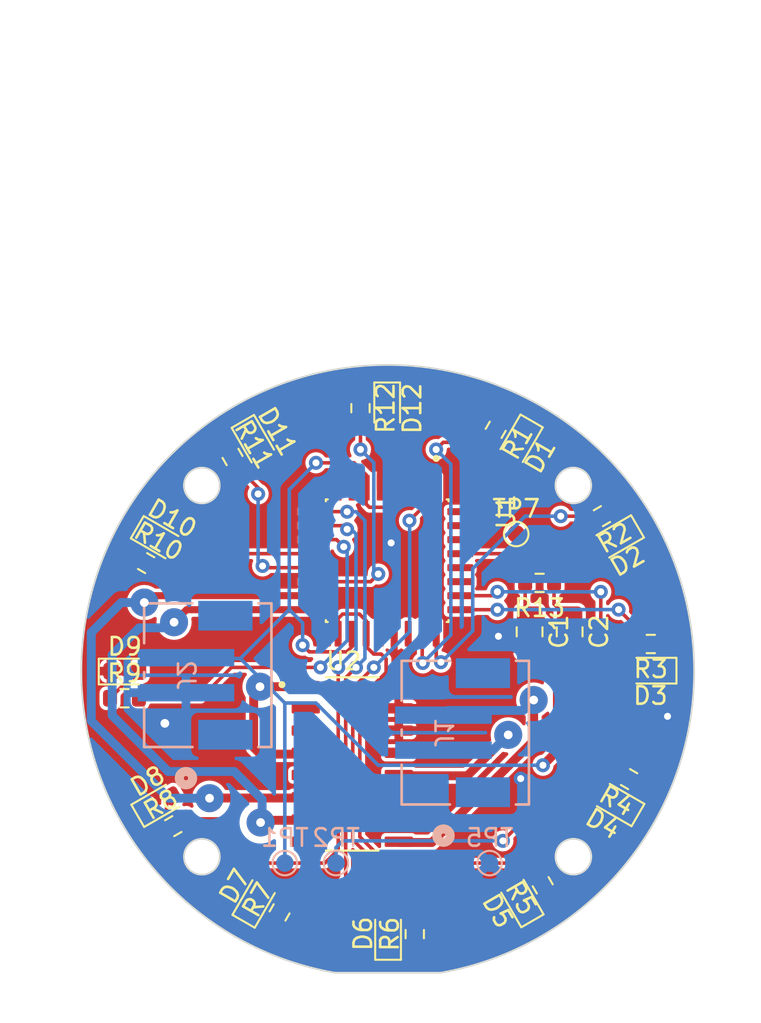
<source format=kicad_pcb>
(kicad_pcb (version 20221018) (generator pcbnew)
  (layers (0 "F.Cu" signal) (31 "B.Cu" signal) (34 "B.Paste" user) (35 "F.Paste" user) (36 "B.SilkS" user "B.Silkscreen") (37 "F.SilkS" user "F.Silkscreen") (38 "B.Mask" user) (39 "F.Mask" user) (44 "Edge.Cuts" user))
  (net 0 "")
  (net 1 "VCC")
  (net 2 "GND")
  (net 3 "/RST")
  (net 4 "/D-")
  (net 5 "Net-(D1-A)")
  (net 6 "Net-(D2-A)")
  (net 7 "Net-(D3-A)")
  (net 8 "Net-(D4-A)")
  (net 9 "Net-(D5-A)")
  (net 10 "Net-(D6-A)")
  (net 11 "Net-(D7-A)")
  (net 12 "Net-(D8-A)")
  (net 13 "Net-(D9-A)")
  (net 14 "Net-(D10-A)")
  (net 15 "Net-(D11-A)")
  (net 16 "Net-(D12-A)")
  (net 17 "/A0")
  (net 18 "/A1")
  (net 19 "/A2")
  (net 20 "/A3")
  (net 21 "/D13")
  (net 22 "/D4")
  (net 23 "/D5")
  (net 24 "/D6")
  (net 25 "/D7")
  (net 26 "/D8")
  (net 27 "/D9")
  (net 28 "/D10")
  (net 29 "/SDA")
  (net 30 "/SCL")
  (net 31 "/D2")
  (net 32 "/D3")
  (net 35 "/D11")
  (net 36 "/D12")
  (net 38 "/A7")
  (net 39 "/TXD")
  (net 40 "/RXD")
  (net 41 "Net-(U2A-OUTA2)")
  (net 42 "Net-(U2A-OUTB2)")
  (footprint "Resistor_SMD:R_0603_1608Metric" (layer "F.Cu") (at 145.85845 111.504551 90)
    (fp_text reference "R6" (at 0 -1.43 90) (layer "F.SilkS"))
    (fp_text value "R")
    (pad "1" smd roundrect (at -0.825 0 90) (size 0.8 0.95) (layers "F.Cu" "F.Paste" "F.Mask") (net 10 "Net-(D6-A)"))
    (pad "2" smd roundrect (at 0.825 0 90) (size 0.8 0.95) (layers "F.Cu" "F.Paste" "F.Mask") (net 22 "/D4"))
  )
  (footprint "LED_SMD:LED_0603_1608Metric" (layer "F.Cu") (at 151.831047 109.462232 120)
    (fp_text reference "D5" (at 0 -1.43 120) (layer "F.SilkS"))
    (fp_text value "LED")
    (pad "1" smd roundrect (at -0.7875 -0.0254 120) (size 0.875 0.95) (layers "F.Cu" "F.Paste" "F.Mask") (net 2 "GND"))
    (pad "2" smd roundrect (at 0.7875 0 120) (size 0.875 0.95) (layers "F.Cu" "F.Paste" "F.Mask") (net 9 "Net-(D5-A)"))
  )
  (footprint "LED_SMD:LED_0603_1608Metric" (layer "F.Cu") (at 151.787053 83.48147 -120)
    (fp_text reference "D1" (at 0 -1.43 60) (layer "F.SilkS"))
    (fp_text value "LED")
    (pad "1" smd roundrect (at -0.7875 -0.0254 240) (size 0.875 0.95) (layers "F.Cu" "F.Paste" "F.Mask") (net 2 "GND"))
    (pad "2" smd roundrect (at 0.7875 0 240) (size 0.875 0.95) (layers "F.Cu" "F.Paste" "F.Mask") (net 5 "Net-(D1-A)"))
  )
  (footprint "Resistor_SMD:R_0603_1608Metric" (layer "F.Cu") (at 153.160869 108.717553 120)
    (fp_text reference "R5" (at 0 -1.43 120) (layer "F.SilkS"))
    (fp_text value "R")
    (pad "1" smd roundrect (at -0.825 0 120) (size 0.8 0.95) (layers "F.Cu" "F.Paste" "F.Mask") (net 9 "Net-(D5-A)"))
    (pad "2" smd roundrect (at 0.825 0 120) (size 0.8 0.95) (layers "F.Cu" "F.Paste" "F.Mask") (net 21 "/D13"))
  )
  (footprint "Resistor_SMD:R_0603_1608Metric" (layer "F.Cu") (at 150.477231 82.702149 -120)
    (fp_text reference "R1" (at 0 -1.43 60) (layer "F.SilkS"))
    (fp_text value "R")
    (pad "1" smd roundrect (at -0.825 0 240) (size 0.8 0.95) (layers "F.Cu" "F.Paste" "F.Mask") (net 5 "Net-(D1-A)"))
    (pad "2" smd roundrect (at 0.825 0 240) (size 0.8 0.95) (layers "F.Cu" "F.Paste" "F.Mask") (net 17 "/A0"))
  )
  (footprint "Resistor_SMD:R_0603_1608Metric" (layer "F.Cu") (at 152.98265 91.446551 180)
    (fp_text reference "R13" (at 0 -1.43) (layer "F.SilkS"))
    (fp_text value "10K")
    (pad "1" smd roundrect (at -0.825 0 180) (size 0.8 0.95) (layers "F.Cu" "F.Paste" "F.Mask") (net 3 "/RST"))
    (pad "2" smd roundrect (at 0.825 0 180) (size 0.8 0.95) (layers "F.Cu" "F.Paste" "F.Mask") (net 1 "VCC"))
  )
  (footprint "Resistor_SMD:R_0603_1608Metric" (layer "F.Cu") (at 159.32905 94.935151 180)
    (fp_text reference "R3" (at 0 -1.43) (layer "F.SilkS"))
    (fp_text value "R")
    (pad "1" smd roundrect (at -0.825 0 180) (size 0.8 0.95) (layers "F.Cu" "F.Paste" "F.Mask") (net 7 "Net-(D3-A)"))
    (pad "2" smd roundrect (at 0.825 0 180) (size 0.8 0.95) (layers "F.Cu" "F.Paste" "F.Mask") (net 19 "/A2"))
  )
  (footprint "Capacitor_SMD:C_0805_2012Metric" (layer "F.Cu") (at 154.69765 94.240551 -90)
    (fp_text reference "C2" (at 0 -1.68 90) (layer "F.SilkS"))
    (fp_text value "0.1uF")
    (pad "1" smd roundrect (at -0.95 0 270) (size 1 1.45) (layers "F.Cu" "F.Paste" "F.Mask") (net 3 "/RST"))
    (pad "2" smd roundrect (at 0.95 0 270) (size 1 1.45) (layers "F.Cu" "F.Paste" "F.Mask") (net 4 "/D-"))
  )
  (footprint "Resistor_SMD:R_0603_1608Metric" (layer "F.Cu") (at 135.457231 84.251549 -60)
    (fp_text reference "R11" (at 0 -1.43 120) (layer "F.SilkS"))
    (fp_text value "R")
    (pad "1" smd roundrect (at -0.825 0 300) (size 0.8 0.95) (layers "F.Cu" "F.Paste" "F.Mask") (net 15 "Net-(D11-A)"))
    (pad "2" smd roundrect (at 0.825 0 300) (size 0.8 0.95) (layers "F.Cu" "F.Paste" "F.Mask") (net 27 "/D9"))
  )
  (footprint "Resistor_SMD:R_0603_1608Metric" (layer "F.Cu") (at 138.140869 110.266953 60)
    (fp_text reference "R7" (at 0 -1.43 60) (layer "F.SilkS"))
    (fp_text value "R")
    (pad "1" smd roundrect (at -0.825 0 60) (size 0.8 0.95) (layers "F.Cu" "F.Paste" "F.Mask") (net 11 "Net-(D7-A)"))
    (pad "2" smd roundrect (at 0.825 0 60) (size 0.8 0.95) (layers "F.Cu" "F.Paste" "F.Mask") (net 23 "/D5"))
  )
  (footprint "Resistor_SMD:R_0603_1608Metric" (layer "F.Cu") (at 156.542052 87.632732 -150)
    (fp_text reference "R2" (at 0 -1.43 30) (layer "F.SilkS"))
    (fp_text value "R")
    (pad "1" smd roundrect (at -0.825 0 210) (size 0.8 0.95) (layers "F.Cu" "F.Paste" "F.Mask") (net 6 "Net-(D2-A)"))
    (pad "2" smd roundrect (at 0.825 0 210) (size 0.8 0.95) (layers "F.Cu" "F.Paste" "F.Mask") (net 18 "/A1"))
  )
  (footprint "TestPoint:TestPoint_Pad_D1.0mm" (layer "F.Cu") (at 151.64965 88.652551)
    (fp_text reference "TP7" (at 0 -1.448) (layer "F.SilkS"))
    (fp_text value "TestPoint")
    (pad "1" smd circle (at 0 0) (size 1 1) (layers "F.Cu" "F.Mask") (net 3 "/RST"))
  )
  (footprint "IO_watch_cat_ball:MX1508" (layer "F.Cu") (at 142.29045 101.784351)
    (fp_text reference "U2" (at -0.485 -5.872) (layer "F.SilkS"))
    (fp_text value "MX1508")
    (pad "1" smd roundrect (at -2.655 -4.445) (size 1.61 0.59) (layers "F.Cu" "F.Paste" "F.Mask") (roundrect_rratio 0.125) (net 1 "VCC"))
    (pad "2" smd roundrect (at -2.655 -3.175) (size 1.61 0.59) (layers "F.Cu" "F.Paste" "F.Mask") (roundrect_rratio 0.125))
    (pad "3" smd roundrect (at -2.655 -1.905) (size 1.61 0.59) (layers "F.Cu" "F.Paste" "F.Mask") (roundrect_rratio 0.125))
    (pad "4" smd roundrect (at -2.655 -0.635) (size 1.61 0.59) (layers "F.Cu" "F.Paste" "F.Mask") (roundrect_rratio 0.125) (net 1 "VCC"))
    (pad "5" smd roundrect (at -2.655 0.635) (size 1.61 0.59) (layers "F.Cu" "F.Paste" "F.Mask") (roundrect_rratio 0.125) (net 1 "VCC"))
    (pad "6" smd roundrect (at -2.655 1.905) (size 1.61 0.59) (layers "F.Cu" "F.Paste" "F.Mask") (roundrect_rratio 0.125) (net 35 "/D11"))
    (pad "7" smd roundrect (at -2.655 3.175) (size 1.61 0.59) (layers "F.Cu" "F.Paste" "F.Mask") (roundrect_rratio 0.125) (net 36 "/D12"))
    (pad "8" smd roundrect (at -2.655 4.445) (size 1.61 0.59) (layers "F.Cu" "F.Paste" "F.Mask") (roundrect_rratio 0.125) (net 1 "VCC"))
    (pad "9" smd roundrect (at 2.655 4.445) (size 1.61 0.59) (layers "F.Cu" "F.Paste" "F.Mask") (roundrect_rratio 0.125) (net 42 "Net-(U2A-OUTB2)"))
    (pad "10" smd roundrect (at 2.655 3.175) (size 1.61 0.59) (layers "F.Cu" "F.Paste" "F.Mask") (roundrect_rratio 0.125) (net 2 "GND"))
    (pad "11" smd roundrect (at 2.655 1.905) (size 1.61 0.59) (layers "F.Cu" "F.Paste" "F.Mask") (roundrect_rratio 0.125) (net 2 "GND"))
    (pad "12" smd roundrect (at 2.655 0.635) (size 1.61 0.59) (layers "F.Cu" "F.Paste" "F.Mask") (roundrect_rratio 0.125) (net 41 "Net-(U2A-OUTA2)"))
    (pad "13" smd roundrect (at 2.655 -0.635) (size 1.61 0.59) (layers "F.Cu" "F.Paste" "F.Mask") (roundrect_rratio 0.125))
    (pad "14" smd roundrect (at 2.655 -1.905) (size 1.61 0.59) (layers "F.Cu" "F.Paste" "F.Mask") (roundrect_rratio 0.125) (net 2 "GND"))
    (pad "15" smd roundrect (at 2.655 -3.175) (size 1.61 0.59) (layers "F.Cu" "F.Paste" "F.Mask") (roundrect_rratio 0.125) (net 2 "GND"))
    (pad "16" smd roundrect (at 2.655 -4.445) (size 1.61 0.59) (layers "F.Cu" "F.Paste" "F.Mask") (roundrect_rratio 0.125))
  )
  (footprint "Capacitor_SMD:C_0805_2012Metric" (layer "F.Cu") (at 152.41165 94.240551 -90)
    (fp_text reference "C1" (at 0 -1.68 90) (layer "F.SilkS"))
    (fp_text value "1uF")
    (pad "1" smd roundrect (at -0.95 0 270) (size 1 1.45) (layers "F.Cu" "F.Paste" "F.Mask") (net 1 "VCC"))
    (pad "2" smd roundrect (at 0.95 0 270) (size 1 1.45) (layers "F.Cu" "F.Paste" "F.Mask") (net 2 "GND"))
  )
  (footprint "Resistor_SMD:R_0603_1608Metric" (layer "F.Cu") (at 142.75965 81.464551 -90)
    (fp_text reference "R12" (at 0 -1.43 90) (layer "F.SilkS"))
    (fp_text value "R")
    (pad "1" smd roundrect (at -0.825 0 270) (size 0.8 0.95) (layers "F.Cu" "F.Paste" "F.Mask") (net 16 "Net-(D12-A)"))
    (pad "2" smd roundrect (at 0.825 0 270) (size 0.8 0.95) (layers "F.Cu" "F.Paste" "F.Mask") (net 28 "/D10"))
  )
  (footprint "LED_SMD:LED_0603_1608Metric" (layer "F.Cu") (at 131.305969 89.006548 -30)
    (fp_text reference "D10" (at 0 -1.43 150) (layer "F.SilkS"))
    (fp_text value "LED")
    (pad "1" smd roundrect (at -0.7875 -0.0254 330) (size 0.875 0.95) (layers "F.Cu" "F.Paste" "F.Mask") (net 2 "GND"))
    (pad "2" smd roundrect (at 0.7875 0 330) (size 0.875 0.95) (layers "F.Cu" "F.Paste" "F.Mask") (net 14 "Net-(D10-A)"))
  )
  (footprint "LED_SMD:LED_0603_1608Metric" (layer "F.Cu") (at 129.30905 96.509951)
    (fp_text reference "D9" (at 0 -1.43) (layer "F.SilkS"))
    (fp_text value "LED")
    (pad "1" smd roundrect (at -0.7875 -0.0254) (size 0.875 0.95) (layers "F.Cu" "F.Paste" "F.Mask") (net 2 "GND"))
    (pad "2" smd roundrect (at 0.7875 0) (size 0.875 0.95) (layers "F.Cu" "F.Paste" "F.Mask") (net 13 "Net-(D9-A)"))
  )
  (footprint "Resistor_SMD:R_0603_1608Metric" (layer "F.Cu") (at 130.526648 90.31637 -30)
    (fp_text reference "R10" (at 0 -1.43 150) (layer "F.SilkS"))
    (fp_text value "R")
    (pad "1" smd roundrect (at -0.825 0 330) (size 0.8 0.95) (layers "F.Cu" "F.Paste" "F.Mask") (net 14 "Net-(D10-A)"))
    (pad "2" smd roundrect (at 0.825 0 330) (size 0.8 0.95) (layers "F.Cu" "F.Paste" "F.Mask") (net 26 "/D8"))
  )
  (footprint "LED_SMD:LED_0603_1608Metric" (layer "F.Cu") (at 136.831047 109.487632 60)
    (fp_text reference "D7" (at 0 -1.43 60) (layer "F.SilkS"))
    (fp_text value "LED")
    (pad "1" smd roundrect (at -0.7875 -0.0254 60) (size 0.875 0.95) (layers "F.Cu" "F.Paste" "F.Mask") (net 2 "GND"))
    (pad "2" smd roundrect (at 0.7875 0 60) (size 0.875 0.95) (layers "F.Cu" "F.Paste" "F.Mask") (net 11 "Net-(D7-A)"))
  )
  (footprint "LED_SMD:LED_0603_1608Metric" (layer "F.Cu") (at 157.312131 103.962554 150)
    (fp_text reference "D4" (at 0 -1.43 150) (layer "F.SilkS"))
    (fp_text value "LED")
    (pad "1" smd roundrect (at -0.7875 -0.0254 150) (size 0.875 0.95) (layers "F.Cu" "F.Paste" "F.Mask") (net 2 "GND"))
    (pad "2" smd roundrect (at 0.7875 0 150) (size 0.875 0.95) (layers "F.Cu" "F.Paste" "F.Mask") (net 8 "Net-(D4-A)"))
  )
  (footprint "LED_SMD:LED_0603_1608Metric" (layer "F.Cu") (at 144.33445 111.484551 90)
    (fp_text reference "D6" (at 0 -1.43 90) (layer "F.SilkS"))
    (fp_text value "LED")
    (pad "1" smd roundrect (at -0.7875 -0.0254 90) (size 0.875 0.95) (layers "F.Cu" "F.Paste" "F.Mask") (net 2 "GND"))
    (pad "2" smd roundrect (at 0.7875 0 90) (size 0.875 0.95) (layers "F.Cu" "F.Paste" "F.Mask") (net 10 "Net-(D6-A)"))
  )
  (footprint "Resistor_SMD:R_0603_1608Metric" (layer "F.Cu") (at 158.091452 102.652732 150)
    (fp_text reference "R4" (at 0 -1.43 150) (layer "F.SilkS"))
    (fp_text value "R")
    (pad "1" smd roundrect (at -0.825 0 150) (size 0.8 0.95) (layers "F.Cu" "F.Paste" "F.Mask") (net 8 "Net-(D4-A)"))
    (pad "2" smd roundrect (at 0.825 0 150) (size 0.8 0.95) (layers "F.Cu" "F.Paste" "F.Mask") (net 20 "/A3"))
  )
  (footprint "LED_SMD:LED_0603_1608Metric" (layer "F.Cu") (at 136.787053 83.50687 -60)
    (fp_text reference "D11" (at 0 -1.43 120) (layer "F.SilkS"))
    (fp_text value "LED")
    (pad "1" smd roundrect (at -0.7875 -0.0254 300) (size 0.875 0.95) (layers "F.Cu" "F.Paste" "F.Mask") (net 2 "GND"))
    (pad "2" smd roundrect (at 0.7875 0 300) (size 0.875 0.95) (layers "F.Cu" "F.Paste" "F.Mask") (net 15 "Net-(D11-A)"))
  )
  (footprint "Resistor_SMD:R_0603_1608Metric" (layer "F.Cu") (at 129.28905 98.033951)
    (fp_text reference "R9" (at 0 -1.43) (layer "F.SilkS"))
    (fp_text value "R")
    (pad "1" smd roundrect (at -0.825 0) (size 0.8 0.95) (layers "F.Cu" "F.Paste" "F.Mask") (net 13 "Net-(D9-A)"))
    (pad "2" smd roundrect (at 0.825 0) (size 0.8 0.95) (layers "F.Cu" "F.Paste" "F.Mask") (net 25 "/D7"))
  )
  (footprint "LED_SMD:LED_0603_1608Metric" (layer "F.Cu") (at 144.28365 81.484551 -90)
    (fp_text reference "D12" (at 0 -1.43 90) (layer "F.SilkS"))
    (fp_text value "LED")
    (pad "1" smd roundrect (at -0.7875 -0.0254 270) (size 0.875 0.95) (layers "F.Cu" "F.Paste" "F.Mask") (net 2 "GND"))
    (pad "2" smd roundrect (at 0.7875 0 270) (size 0.875 0.95) (layers "F.Cu" "F.Paste" "F.Mask") (net 16 "Net-(D12-A)"))
  )
  (footprint "Resistor_SMD:R_0603_1608Metric" (layer "F.Cu") (at 132.076048 105.33637 30)
    (fp_text reference "R8" (at 0 -1.43 30) (layer "F.SilkS"))
    (fp_text value "R")
    (pad "1" smd roundrect (at -0.825 0 30) (size 0.8 0.95) (layers "F.Cu" "F.Paste" "F.Mask") (net 12 "Net-(D8-A)"))
    (pad "2" smd roundrect (at 0.825 0 30) (size 0.8 0.95) (layers "F.Cu" "F.Paste" "F.Mask") (net 24 "/D6"))
  )
  (footprint "LED_SMD:LED_0603_1608Metric" (layer "F.Cu") (at 159.30905 96.459151 180)
    (fp_text reference "D3" (at 0 -1.43) (layer "F.SilkS"))
    (fp_text value "LED")
    (pad "1" smd roundrect (at -0.7875 -0.0254 180) (size 0.875 0.95) (layers "F.Cu" "F.Paste" "F.Mask") (net 2 "GND"))
    (pad "2" smd roundrect (at 0.7875 0 180) (size 0.875 0.95) (layers "F.Cu" "F.Paste" "F.Mask") (net 7 "Net-(D3-A)"))
  )
  (footprint "LED_SMD:LED_0603_1608Metric" (layer "F.Cu") (at 157.286731 88.962554 -150)
    (fp_text reference "D2" (at 0 -1.43 30) (layer "F.SilkS"))
    (fp_text value "LED")
    (pad "1" smd roundrect (at -0.7875 -0.0254 210) (size 0.875 0.95) (layers "F.Cu" "F.Paste" "F.Mask") (net 2 "GND"))
    (pad "2" smd roundrect (at 0.7875 0 210) (size 0.875 0.95) (layers "F.Cu" "F.Paste" "F.Mask") (net 6 "Net-(D2-A)"))
  )
  (footprint "LED_SMD:LED_0603_1608Metric" (layer "F.Cu") (at 131.331369 104.006548 30)
    (fp_text reference "D8" (at 0 -1.43 30) (layer "F.SilkS"))
    (fp_text value "LED")
    (pad "1" smd roundrect (at -0.7875 -0.0254 30) (size 0.875 0.95) (layers "F.Cu" "F.Paste" "F.Mask") (net 2 "GND"))
    (pad "2" smd roundrect (at 0.7875 0 30) (size 0.875 0.95) (layers "F.Cu" "F.Paste" "F.Mask") (net 12 "Net-(D8-A)"))
  )
  (footprint "IO_watch_cat_ball:atmega328P_shinked" (layer "F.Cu") (at 144.28365 90.176551 -90)
    (fp_text reference "U1" (at -2.795 -6.79 90) (layer "F.SilkS"))
    (fp_text value "ATMEGA328P-AU")
    (pad "1" smd roundrect (at -4.17 -2.8 270) (size 1.47 0.4) (layers "F.Cu" "F.Paste" "F.Mask") (roundrect_rratio 0.125) (net 32 "/D3"))
    (pad "2" smd roundrect (at -4.17 -2 270) (size 1.47 0.4) (layers "F.Cu" "F.Paste" "F.Mask") (roundrect_rratio 0.125) (net 22 "/D4"))
    (pad "3" smd roundrect (at -4.17 -1.2 270) (size 1.47 0.4) (layers "F.Cu" "F.Paste" "F.Mask") (roundrect_rratio 0.125) (net 2 "GND"))
    (pad "4" smd roundrect (at -4.17 -0.4 270) (size 1.47 0.4) (layers "F.Cu" "F.Paste" "F.Mask") (roundrect_rratio 0.125) (net 1 "VCC"))
    (pad "5" smd roundrect (at -4.17 0.4 270) (size 1.47 0.4) (layers "F.Cu" "F.Paste" "F.Mask") (roundrect_rratio 0.125) (net 2 "GND"))
    (pad "6" smd roundrect (at -4.17 1.2 270) (size 1.47 0.4) (layers "F.Cu" "F.Paste" "F.Mask") (roundrect_rratio 0.125) (net 1 "VCC"))
    (pad "7" smd roundrect (at -4.17 2 270) (size 1.47 0.4) (layers "F.Cu" "F.Paste" "F.Mask") (roundrect_rratio 0.125))
    (pad "8" smd roundrect (at -4.17 2.8 270) (size 1.47 0.4) (layers "F.Cu" "F.Paste" "F.Mask") (roundrect_rratio 0.125))
    (pad "9" smd roundrect (at -2.8 4.17 270) (size 0.4 1.47) (layers "F.Cu" "F.Paste" "F.Mask") (roundrect_rratio 0.125) (net 23 "/D5"))
    (pad "10" smd roundrect (at -2 4.17 270) (size 0.4 1.47) (layers "F.Cu" "F.Paste" "F.Mask") (roundrect_rratio 0.125) (net 24 "/D6"))
    (pad "11" smd roundrect (at -1.2 4.17 270) (size 0.4 1.47) (layers "F.Cu" "F.Paste" "F.Mask") (roundrect_rratio 0.125) (net 25 "/D7"))
    (pad "12" smd roundrect (at -0.4 4.17 270) (size 0.4 1.47) (layers "F.Cu" "F.Paste" "F.Mask") (roundrect_rratio 0.125) (net 26 "/D8"))
    (pad "13" smd roundrect (at 0.4 4.17 270) (size 0.4 1.47) (layers "F.Cu" "F.Paste" "F.Mask") (roundrect_rratio 0.125) (net 27 "/D9"))
    (pad "14" smd roundrect (at 1.2 4.17 270) (size 0.4 1.47) (layers "F.Cu" "F.Paste" "F.Mask") (roundrect_rratio 0.125) (net 28 "/D10"))
    (pad "15" smd roundrect (at 2 4.17 270) (size 0.4 1.47) (layers "F.Cu" "F.Paste" "F.Mask") (roundrect_rratio 0.125) (net 35 "/D11"))
    (pad "16" smd roundrect (at 2.8 4.17 270) (size 0.4 1.47) (layers "F.Cu" "F.Paste" "F.Mask") (roundrect_rratio 0.125) (net 36 "/D12"))
    (pad "17" smd roundrect (at 4.17 2.8 270) (size 1.47 0.4) (layers "F.Cu" "F.Paste" "F.Mask") (roundrect_rratio 0.125) (net 21 "/D13"))
    (pad "18" smd roundrect (at 4.17 2 270) (size 1.47 0.4) (layers "F.Cu" "F.Paste" "F.Mask") (roundrect_rratio 0.125) (net 1 "VCC"))
    (pad "19" smd roundrect (at 4.17 1.2 270) (size 1.47 0.4) (layers "F.Cu" "F.Paste" "F.Mask") (roundrect_rratio 0.125) (net 21 "/D13"))
    (pad "20" smd roundrect (at 4.17 0.4 270) (size 1.47 0.4) (layers "F.Cu" "F.Paste" "F.Mask") (roundrect_rratio 0.125))
    (pad "21" smd roundrect (at 4.17 -0.4 270) (size 1.47 0.4) (layers "F.Cu" "F.Paste" "F.Mask") (roundrect_rratio 0.125) (net 2 "GND"))
    (pad "22" smd roundrect (at 4.17 -1.2 270) (size 1.47 0.4) (layers "F.Cu" "F.Paste" "F.Mask") (roundrect_rratio 0.125) (net 38 "/A7"))
    (pad "23" smd roundrect (at 4.17 -2 270) (size 1.47 0.4) (layers "F.Cu" "F.Paste" "F.Mask") (roundrect_rratio 0.125) (net 17 "/A0"))
    (pad "24" smd roundrect (at 4.17 -2.8 270) (size 1.47 0.4) (layers "F.Cu" "F.Paste" "F.Mask") (roundrect_rratio 0.125) (net 18 "/A1"))
    (pad "25" smd roundrect (at 2.8 -4.17 270) (size 0.4 1.47) (layers "F.Cu" "F.Paste" "F.Mask") (roundrect_rratio 0.125) (net 19 "/A2"))
    (pad "26" smd roundrect (at 2 -4.17 270) (size 0.4 1.47) (layers "F.Cu" "F.Paste" "F.Mask") (roundrect_rratio 0.125) (net 20 "/A3"))
    (pad "27" smd roundrect (at 1.2 -4.17 270) (size 0.4 1.47) (layers "F.Cu" "F.Paste" "F.Mask") (roundrect_rratio 0.125) (net 29 "/SDA"))
    (pad "28" smd roundrect (at 0.4 -4.17 270) (size 0.4 1.47) (layers "F.Cu" "F.Paste" "F.Mask") (roundrect_rratio 0.125) (net 30 "/SCL"))
    (pad "29" smd roundrect (at -0.4 -4.17 270) (size 0.4 1.47) (layers "F.Cu" "F.Paste" "F.Mask") (roundrect_rratio 0.125) (net 3 "/RST"))
    (pad "30" smd roundrect (at -1.2 -4.17 270) (size 0.4 1.47) (layers "F.Cu" "F.Paste" "F.Mask") (roundrect_rratio 0.125) (net 40 "/RXD"))
    (pad "31" smd roundrect (at -2 -4.17 270) (size 0.4 1.47) (layers "F.Cu" "F.Paste" "F.Mask") (roundrect_rratio 0.125) (net 39 "/TXD"))
    (pad "32" smd roundrect (at -2.8 -4.17 270) (size 0.4 1.47) (layers "F.Cu" "F.Paste" "F.Mask") (roundrect_rratio 0.125) (net 31 "/D2"))
  )
  (footprint "IO_watch_cat_ball:B2B-PH-SM4-TBLFSN_JST" (layer "B.Cu") (at 148.7424 99.9998 90)
    (fp_text reference "J1" (at 0 -1.244801 270 unlocked) (layer "B.SilkS") (effects (justify mirror)))
    (fp_text value "B2B-PH-SM4-TBLFSN")
    (pad "1" smd rect (at -1.000001 -1.244801 90) (size 0.9906 5.5118) (layers "B.Cu" "B.Paste" "B.Mask") (net 41 "Net-(U2A-OUTA2)"))
    (pad "2" smd rect (at 1.000001 -1.244801 90) (size 0.9906 5.5118) (layers "B.Cu" "B.Paste" "B.Mask") (net 42 "Net-(U2A-OUTB2)"))
    (pad "3" smd rect (at -3.399998 1.0052) (size 3.0988 1.7018) (layers "B.Cu" "B.Paste" "B.Mask"))
    (pad "4" smd rect (at 3.399998 1.0052) (size 3.0988 1.7018) (layers "B.Cu" "B.Paste" "B.Mask"))
  )
  (footprint "IO_watch_cat_ball:B2B-PH-SM4-TBLFSN_JST" (layer "B.Cu") (at 134.04465 96.717551 90)
    (fp_text reference "J2" (at 0 -1.244801 270 unlocked) (layer "B.SilkS") (effects (justify mirror)))
    (fp_text value "B2B-PH-SM4-TBLFSN")
    (pad "1" smd rect (at -1.000001 -1.244801 90) (size 0.9906 5.5118) (layers "B.Cu" "B.Paste" "B.Mask") (net 2 "GND"))
    (pad "2" smd rect (at 1.000001 -1.244801 90) (size 0.9906 5.5118) (layers "B.Cu" "B.Paste" "B.Mask") (net 1 "VCC"))
    (pad "3" smd rect (at -3.399998 1.0052) (size 3.0988 1.7018) (layers "B.Cu" "B.Paste" "B.Mask"))
    (pad "4" smd rect (at 3.399998 1.0052) (size 3.0988 1.7018) (layers "B.Cu" "B.Paste" "B.Mask"))
  )
  (footprint "TestPoint:TestPoint_Pad_D1.0mm" (layer "B.Cu") (at 150.12565 107.448551 180)
    (fp_text reference "TP5" (at 0 1.448) (layer "B.SilkS") (effects (justify mirror)))
    (fp_text value "TestPoint")
    (pad "1" smd circle (at 0 0 180) (size 1 1) (layers "B.Cu" "B.Mask") (net 2 "GND"))
  )
  (footprint "TestPoint:TestPoint_Pad_D1.0mm" (layer "B.Cu") (at 141.36265 107.448551 180)
    (fp_text reference "TP2" (at 0 1.448) (layer "B.SilkS") (effects (justify mirror)))
    (fp_text value "TestPoint")
    (pad "1" smd circle (at 0 0 180) (size 1 1) (layers "B.Cu" "B.Mask") (net 4 "/D-"))
  )
  (footprint "TestPoint:TestPoint_Pad_D1.0mm" (layer "B.Cu") (at 138.44165 107.448551 180)
    (fp_text reference "TP1" (at 0 1.448) (layer "B.SilkS") (effects (justify mirror)))
    (fp_text value "TestPoint")
    (pad "1" smd circle (at 0 0 180) (size 1 1) (layers "B.Cu" "B.Mask") (net 1 "VCC"))
  )
  (gr_circle (center 154.91165 107.084551) (end 155.74165 106.484551) (stroke (width 0.1)) (fill none) (layer "Edge.Cuts"))
  (gr_circle (center 133.70905 107.087151) (end 134.53905 106.487151) (stroke (width 0.1)) (fill none) (layer "Edge.Cuts"))
  (gr_circle (center 133.70645 85.884551) (end 134.53645 85.284551) (stroke (width 0.1)) (fill none) (layer "Edge.Cuts"))
  (gr_arc (start 141.30905 113.709551) (mid 144.324138 78.99895) (end 147.309496 113.71212) (stroke (width 0.1)) (layer "Edge.Cuts"))
  (gr_line (start 141.30905 113.709551) (end 147.30905 113.709551) (stroke (width 0.1)) (layer "Edge.Cuts"))
  (gr_circle (center 154.90905 85.881951) (end 155.73905 85.281951) (stroke (width 0.1)) (fill none) (layer "Edge.Cuts"))
  (segment (start 137.04465 101.225551) (end 139.58465 101.225551) (width 0.508) (layer "F.Cu") (net 1))
  (segment (start 140.93405 103.11345) (end 140.93405 105.72535) (width 0.508) (layer "F.Cu") (net 1))
  (segment (start 153.99865 97.3704) (end 153.99865 101.035551) (width 0.508) (layer "F.Cu") (net 1))
  (segment (start 140.93405 105.72535) (end 140.386849 106.272551) (width 0.508) (layer "F.Cu") (net 1))
  (segment (start 143.08365 85.271551) (end 142.40065 84.588551) (width 0.2032) (layer "F.Cu") (net 1))
  (segment (start 144.68365 86.982551) (end 144.53765 87.128551) (width 0.2032) (layer "F.Cu") (net 1))
  (segment (start 139.83825 95.383151) (end 139.45765 95.002551) (width 0.2032) (layer "F.Cu") (net 1))
  (segment (start 140.386849 106.272551) (end 139.71965 106.272551) (width 0.508) (layer "F.Cu") (net 1))
  (segment (start 143.08365 86.944551) (end 143.08365 86.006551) (width 0.2032) (layer "F.Cu") (net 1))
  (segment (start 144.53765 87.128551) (end 143.26765 87.128551) (width 0.2032) (layer "F.Cu") (net 1))
  (segment (start 153.68165 95.686559) (end 153.67105 95.675959) (width 0.2032) (layer "F.Cu") (net 1))
  (segment (start 153.68165 93.986551) (end 152.98565 93.290551) (width 0.2032) (layer "F.Cu") (net 1))
  (segment (start 153.67105 94.705143) (end 153.68165 94.694543) (width 0.2032) (layer "F.Cu") (net 1))
  (segment (start 153.68165 97.0534) (end 153.99865 97.3704) (width 0.508) (layer "F.Cu") (net 1))
  (segment (start 139.71965 102.462551) (end 140.283151 102.462551) (width 0.508) (layer "F.Cu") (net 1))
  (segment (start 143.08365 86.006551) (end 143.08365 85.271551) (width 0.2032) (layer "F.Cu") (net 1))
  (segment (start 139.71065 97.373551) (end 139.71965 97.382551) (width 0.25) (layer "F.Cu") (net 1))
  (segment (start 144.68365 86.006551) (end 144.68365 86.982551) (width 0.2032) (layer "F.Cu") (net 1))
  (segment (start 143.26765 87.128551) (end 143.08365 86.944551) (width 0.2032) (layer "F.Cu") (net 1))
  (segment (start 142.28365 95.081551) (end 141.98205 95.383151) (width 0.2032) (layer "F.Cu") (net 1))
  (segment (start 152.98565 93.290551) (end 152.15765 93.290551) (width 0.2032) (layer "F.Cu") (net 1))
  (segment (start 142.40065 84.588551) (end 140.21965 84.588551) (width 0.2032) (layer "F.Cu") (net 1))
  (segment (start 137.02365 97.374151) (end 137.02425 97.373551) (width 0.25) (layer "F.Cu") (net 1))
  (segment (start 153.99865 101.035551) (end 153.17365 101.860551) (width 0.508) (layer "F.Cu") (net 1))
  (segment (start 139.71965 101.192551) (end 139.71965 102.462551) (width 0.508) (layer "F.Cu") (net 1))
  (segment (start 141.98205 95.383151) (end 139.83825 95.383151) (width 0.2032) (layer "F.Cu") (net 1))
  (segment (start 153.68165 97.0534) (end 153.68165 95.686559) (width 0.2032) (layer "F.Cu") (net 1))
  (segment (start 136.66365 97.734151) (end 136.66365 100.844551) (width 0.508) (layer "F.Cu") (net 1))
  (segment (start 136.66365 100.844551) (end 137.04465 101.225551) (width 0.508) (layer "F.Cu") (net 1))
  (segment (start 142.28365 94.346551) (end 142.28365 95.081551) (width 0.2032) (layer "F.Cu") (net 1))
  (segment (start 153.67105 95.675959) (end 153.67105 94.705143) (width 0.2032) (layer "F.Cu") (net 1))
  (segment (start 152.15765 93.290551) (end 152.15765 91.446551) (width 0.2032) (layer "F.Cu") (net 1))
  (segment (start 137.02425 97.373551) (end 139.71065 97.373551) (width 0.508) (layer "F.Cu") (net 1))
  (segment (start 153.68165 94.694543) (end 153.68165 93.986551) (width 0.2032) (layer "F.Cu") (net 1))
  (segment (start 140.283151 102.462551) (end 140.93405 103.11345) (width 0.508) (layer "F.Cu") (net 1))
  (segment (start 137.02365 97.374151) (end 136.66365 97.734151) (width 0.2032) (layer "F.Cu") (net 1))
  (via (at 140.21965 84.588551) (size 0.8) (drill 0.4) (layers "F.Cu" "B.Cu") (net 1))
  (via (at 153.17365 101.860551) (size 0.8) (drill 0.4) (layers "F.Cu" "B.Cu") (net 1))
  (via (at 137.02365 97.374151) (size 1.6) (drill 0.5) (layers "F.Cu" "B.Cu") (net 1))
  (via (at 139.45765 95.002551) (size 0.8) (drill 0.4) (layers "F.Cu" "B.Cu") (net 1))
  (segment (start 139.45765 95.002551) (end 139.45765 93.732551) (width 0.2032) (layer "B.Cu") (net 1))
  (segment (start 137.02365 96.886551) (end 137.02365 97.374151) (width 0.2032) (layer "B.Cu") (net 1))
  (segment (start 147.77744 101.860551) (end 153.17365 101.860551) (width 0.2032) (layer "B.Cu") (net 1))
  (segment (start 137.02365 97.374151) (end 137.51125 97.374151) (width 0.2032) (layer "B.Cu") (net 1))
  (segment (start 140.21965 84.588551) (end 138.69565 86.112551) (width 0.2032) (layer "B.Cu") (net 1))
  (segment (start 138.44165 98.304551) (end 138.44165 107.448551) (width 0.2032) (layer "B.Cu") (net 1))
  (segment (start 135.90165 95.764551) (end 130.16165 95.764551) (width 0.2032) (layer "B.Cu") (net 1))
  (segment (start 139.45765 93.732551) (end 138.69565 92.970551) (width 0.2032) (layer "B.Cu") (net 1))
  (segment (start 135.90165 95.764551) (end 137.02365 96.886551) (width 0.2032) (layer "B.Cu") (net 1))
  (segment (start 137.51125 97.374151) (end 138.44165 98.304551) (width 0.2032) (layer "B.Cu") (net 1))
  (segment (start 140.21965 98.304551) (end 138.44165 98.304551) (width 0.2032) (layer "B.Cu") (net 1))
  (segment (start 147.77744 101.860551) (end 143.77565 101.860551) (width 0.2032) (layer "B.Cu") (net 1))
  (segment (start 143.77565 101.860551) (end 140.21965 98.304551) (width 0.2032) (layer "B.Cu") (net 1))
  (segment (start 138.69565 92.970551) (end 135.90165 95.764551) (width 0.2032) (layer "B.Cu") (net 1))
  (segment (start 138.69565 86.112551) (end 138.69565 92.970551) (width 0.2032) (layer "B.Cu") (net 1))
  (via (at 151.90365 102.622551) (size 0.8) (drill 0.4) (layers "F.Cu" "B.Cu") (net 2))
  (via (at 160.28565 99.066551) (size 0.8) (drill 0.4) (layers "F.Cu" "B.Cu") (net 2))
  (via (at 150.63365 94.494551) (size 0.8) (drill 0.4) (layers "F.Cu" "B.Cu") (net 2))
  (via (at 144.50925 89.160551) (size 0.8) (drill 0.4) (layers "F.Cu" "B.Cu") (net 2))
  (via (at 131.59465 99.467551) (size 1.6) (drill 0.5) (layers "F.Cu" "B.Cu") (net 2))
  (segment (start 153.80765 91.446551) (end 153.80765 92.654551) (width 0.2032) (layer "F.Cu") (net 3))
  (segment (start 148.45365 89.776551) (end 153.28165 89.776551) (width 0.2032) (layer "F.Cu") (net 3))
  (segment (start 153.28165 89.776551) (end 153.80765 90.302551) (width 0.2032) (layer "F.Cu") (net 3))
  (segment (start 153.28165 89.776551) (end 153.28165 89.522551) (width 0.2032) (layer "F.Cu") (net 3))
  (segment (start 153.80765 92.654551) (end 154.44365 93.290551) (width 0.2032) (layer "F.Cu") (net 3))
  (segment (start 153.28165 89.522551) (end 152.41165 88.652551) (width 0.2032) (layer "F.Cu") (net 3))
  (segment (start 153.80765 90.302551) (end 153.80765 91.446551) (width 0.2032) (layer "F.Cu") (net 3))
  (segment (start 152.41165 88.652551) (end 151.64965 88.652551) (width 0.2032) (layer "F.Cu") (net 3))
  (segment (start 155.20565 95.952551) (end 154.44365 95.190551) (width 0.2032) (layer "F.Cu") (net 4))
  (segment (start 155.20565 101.860551) (end 155.20565 95.952551) (width 0.2032) (layer "F.Cu") (net 4))
  (segment (start 150.88765 106.178551) (end 155.20565 101.860551) (width 0.2032) (layer "F.Cu") (net 4))
  (via (at 150.88765 106.178551) (size 0.8) (drill 0.4) (layers "F.Cu" "B.Cu") (net 4))
  (segment (start 141.74365 106.178551) (end 150.88765 106.178551) (width 0.2032) (layer "B.Cu") (net 4))
  (segment (start 141.36265 107.448551) (end 141.36265 106.559551) (width 0.2032) (layer "B.Cu") (net 4))
  (segment (start 141.36265 106.559551) (end 141.74365 106.178551) (width 0.2032) (layer "B.Cu") (net 4))
  (segment (start 150.889731 81.987678) (end 151.237455 82.335402) (width 0.2032) (layer "F.Cu") (net 5))
  (segment (start 151.237455 82.335402) (end 151.237455 84.007617) (width 0.2032) (layer "F.Cu") (net 5))
  (segment (start 151.237455 84.007617) (end 151.393303 84.163465) (width 0.2032) (layer "F.Cu") (net 5))
  (segment (start 156.604736 88.409265) (end 156.604736 89.356304) (width 0.2032) (layer "F.Cu") (net 6))
  (segment (start 157.256523 87.757478) (end 156.604736 88.409265) (width 0.2032) (layer "F.Cu") (net 6))
  (segment (start 157.256523 87.220232) (end 157.256523 87.757478) (width 0.2032) (layer "F.Cu") (net 6))
  (segment (start 160.04555 94.935151) (end 158.52155 96.459151) (width 0.3048) (layer "F.Cu") (net 7))
  (segment (start 160.15405 94.935151) (end 160.04555 94.935151) (width 0.3048) (layer "F.Cu") (net 7))
  (segment (start 158.162634 103.065232) (end 158.805923 103.065232) (width 0.2032) (layer "F.Cu") (net 8))
  (segment (start 156.630136 103.568804) (end 157.659062 103.568804) (width 0.2032) (layer "F.Cu") (net 8))
  (segment (start 157.659062 103.568804) (end 158.162634 103.065232) (width 0.2032) (layer "F.Cu") (net 8))
  (segment (start 151.437297 108.780237) (end 151.757569 109.100509) (width 0.2032) (layer "F.Cu") (net 9))
  (segment (start 153.241854 109.100509) (end 153.573369 109.432024) (width 0.2032) (layer "F.Cu") (net 9))
  (segment (start 151.757569 109.100509) (end 153.241854 109.100509) (width 0.2032) (layer "F.Cu") (net 9))
  (segment (start 144.33445 110.805551) (end 145.85845 112.329551) (width 0.2032) (layer "F.Cu") (net 10))
  (segment (start 144.33445 110.697051) (end 144.33445 110.805551) (width 0.2032) (layer "F.Cu") (net 10))
  (segment (start 137.224797 109.834563) (end 137.728369 110.338135) (width 0.2032) (layer "F.Cu") (net 11))
  (segment (start 137.728369 110.338135) (end 137.728369 110.981424) (width 0.2032) (layer "F.Cu") (net 11))
  (segment (start 137.224797 108.805637) (end 137.224797 109.834563) (width 0.2032) (layer "F.Cu") (net 11))
  (segment (start 131.693092 103.93307) (end 131.693092 105.417355) (width 0.2032) (layer "F.Cu") (net 12))
  (segment (start 132.013364 103.612798) (end 131.693092 103.93307) (width 0.2032) (layer "F.Cu") (net 12))
  (segment (start 131.693092 105.417355) (end 131.361577 105.74887) (width 0.2032) (layer "F.Cu") (net 12))
  (segment (start 130.09655 96.509951) (end 129.98805 96.509951) (width 0.2032) (layer "F.Cu") (net 13))
  (segment (start 129.98805 96.509951) (end 128.46405 98.033951) (width 0.2032) (layer "F.Cu") (net 13))
  (segment (start 130.159901 89.556146) (end 131.832116 89.556146) (width 0.2032) (layer "F.Cu") (net 14))
  (segment (start 131.832116 89.556146) (end 131.987964 89.400298) (width 0.2032) (layer "F.Cu") (net 14))
  (segment (start 129.812177 89.90387) (end 130.159901 89.556146) (width 0.2032) (layer "F.Cu") (net 14))
  (segment (start 135.044731 83.537078) (end 135.581977 83.537078) (width 0.2032) (layer "F.Cu") (net 15))
  (segment (start 135.581977 83.537078) (end 136.233764 84.188865) (width 0.2032) (layer "F.Cu") (net 15))
  (segment (start 136.233764 84.188865) (end 137.180803 84.188865) (width 0.2032) (layer "F.Cu") (net 15))
  (segment (start 142.75965 80.639551) (end 142.75965 80.748051) (width 0.3048) (layer "F.Cu") (net 16))
  (segment (start 142.75965 80.748051) (end 144.28365 82.272051) (width 0.3048) (layer "F.Cu") (net 16))
  (segment (start 146.28365 95.986551) (end 146.31565 96.018551) (width 0.2032) (layer "F.Cu") (net 17))
  (segment (start 146.28365 94.346551) (end 146.28365 95.986551) (width 0.2032) (layer "F.Cu") (net 17))
  (segment (start 147.487581 83.41662) (end 150.064731 83.41662) (width 0.2032) (layer "F.Cu") (net 17))
  (segment (start 147.07765 83.826551) (end 147.487581 83.41662) (width 0.2032) (layer "F.Cu") (net 17))
  (via (at 146.31565 96.018551) (size 0.8) (drill 0.4) (layers "F.Cu" "B.Cu") (net 17))
  (via (at 147.07765 83.826551) (size 0.8) (drill 0.4) (layers "F.Cu" "B.Cu") (net 17))
  (segment (start 147.91665 94.417551) (end 147.91665 84.665551) (width 0.2032) (layer "B.Cu") (net 17))
  (segment (start 147.91665 84.665551) (end 147.07765 83.826551) (width 0.2032) (layer "B.Cu") (net 17))
  (segment (start 146.31565 96.018551) (end 147.91665 94.417551) (width 0.2032) (layer "B.Cu") (net 17))
  (segment (start 155.4189 87.636551) (end 155.827581 88.045232) (width 0.2032) (layer "F.Cu") (net 18))
  (segment (start 147.08365 95.706282) (end 147.08365 94.346551) (width 0.2032) (layer "F.Cu") (net 18))
  (segment (start 154.18965 87.636551) (end 155.4189 87.636551) (width 0.2032) (layer "F.Cu") (net 18))
  (segment (start 147.351891 95.974523) (end 147.08365 95.706282) (width 0.2032) (layer "F.Cu") (net 18))
  (via (at 147.351891 95.974523) (size 0.8) (drill 0.4) (layers "F.Cu" "B.Cu") (net 18))
  (via (at 154.18965 87.636551) (size 0.8) (drill 0.4) (layers "F.Cu" "B.Cu") (net 18))
  (segment (start 147.375678 95.974523) (end 149.16665 94.183551) (width 0.2032) (layer "B.Cu") (net 18))
  (segment (start 149.16665 94.183551) (end 149.16665 90.627551) (width 0.2032) (layer "B.Cu") (net 18))
  (segment (start 152.15765 87.636551) (end 154.18965 87.636551) (width 0.2032) (layer "B.Cu") (net 18))
  (segment (start 147.351891 95.974523) (end 147.375678 95.974523) (width 0.2032) (layer "B.Cu") (net 18))
  (segment (start 149.16665 90.627551) (end 152.15765 87.636551) (width 0.2032) (layer "B.Cu") (net 18))
  (segment (start 158.50405 93.982951) (end 158.50405 94.935151) (width 0.2032) (layer "F.Cu") (net 19))
  (segment (start 157.49165 92.970551) (end 158.50405 93.982951) (width 0.2032) (layer "F.Cu") (net 19))
  (segment (start 150.57325 92.976551) (end 148.45365 92.976551) (width 0.2032) (layer "F.Cu") (net 19))
  (via (at 150.57325 92.976551) (size 0.8) (drill 0.4) (layers "F.Cu" "B.Cu") (net 19))
  (via (at 157.49165 92.970551) (size 0.8) (drill 0.4) (layers "F.Cu" "B.Cu") (net 19))
  (segment (start 157.49165 92.970551) (end 150.57925 92.970551) (width 0.2032) (layer "B.Cu") (net 19))
  (segment (start 150.57925 92.970551) (end 150.57325 92.976551) (width 0.2032) (layer "B.Cu") (net 19))
  (segment (start 156.47565 91.954551) (end 156.47565 101.338901) (width 0.2032) (layer "F.Cu") (net 20))
  (segment (start 150.57325 91.954551) (end 150.35125 92.176551) (width 0.2032) (layer "F.Cu") (net 20))
  (segment (start 156.47565 101.338901) (end 157.376981 102.240232) (width 0.2032) (layer "F.Cu") (net 20))
  (segment (start 150.35125 92.176551) (end 148.45365 92.176551) (width 0.2032) (layer "F.Cu") (net 20))
  (via (at 150.57325 91.954551) (size 0.8) (drill 0.4) (layers "F.Cu" "B.Cu") (net 20))
  (via (at 156.47565 91.954551) (size 0.8) (drill 0.4) (layers "F.Cu" "B.Cu") (net 20))
  (segment (start 150.57325 91.954551) (end 156.47565 91.954551) (width 0.2032) (layer "B.Cu") (net 20))
  (segment (start 141.48365 94.346551) (end 141.48365 93.484551) (width 0.2032) (layer "F.Cu") (net 21))
  (segment (start 141.48365 93.484551) (end 141.74365 93.224551) (width 0.2032) (layer "F.Cu") (net 21))
  (segment (start 144.22586 107.448551) (end 152.193838 107.448551) (width 0.2032) (layer "F.Cu") (net 21))
  (segment (start 143.94265 95.510551) (end 144.22325 95.791151) (width 0.2032) (layer "F.Cu") (net 21))
  (segment (start 152.193838 107.448551) (end 152.748369 108.003082) (width 0.2032) (layer "F.Cu") (net 21))
  (segment (start 142.72305 98.063364) (end 142.72305 105.945741) (width 0.2032) (layer "F.Cu") (net 21))
  (segment (start 143.08365 95.081551) (end 143.51265 95.510551) (width 0.2032) (layer "F.Cu") (net 21))
  (segment (start 143.51265 95.510551) (end 143.94265 95.510551) (width 0.2032) (layer "F.Cu") (net 21))
  (segment (start 144.22325 96.563164) (end 142.72305 98.063364) (width 0.2032) (layer "F.Cu") (net 21))
  (segment (start 142.69665 93.224551) (end 143.08365 93.611551) (width 0.2032) (layer "F.Cu") (net 21))
  (segment (start 143.08365 93.611551) (end 143.08365 94.346551) (width 0.2032) (layer "F.Cu") (net 21))
  (segment (start 142.72305 105.945741) (end 144.22586 107.448551) (width 0.2032) (layer "F.Cu") (net 21))
  (segment (start 141.74365 93.224551) (end 142.69665 93.224551) (width 0.2032) (layer "F.Cu") (net 21))
  (segment (start 143.08365 94.346551) (end 143.08365 95.081551) (width 0.2032) (layer "F.Cu") (net 21))
  (segment (start 144.22325 95.791151) (end 144.22325 96.563164) (width 0.2032) (layer "F.Cu") (net 21))
  (segment (start 145.85845 109.651351) (end 145.85845 110.679551) (width 0.2032) (layer "F.Cu") (net 22))
  (segment (start 146.28365 86.006551) (end 146.28365 87.160551) (width 0.2032) (layer "F.Cu") (net 22))
  (segment (start 146.28365 87.160551) (end 145.55365 87.890551) (width 0.2032) (layer "F.Cu") (net 22))
  (segment (start 142.31985 106.112751) (end 145.85845 109.651351) (width 0.2032) (layer "F.Cu") (net 22))
  (segment (start 143.50365 96.272551) (end 142.31985 97.456351) (width 0.2032) (layer "F.Cu") (net 22))
  (segment (start 143.52165 96.272551) (end 143.50365 96.272551) (width 0.2032) (layer "F.Cu") (net 22))
  (segment (start 142.31985 97.456351) (end 142.31985 106.112751) (width 0.2032) (layer "F.Cu") (net 22))
  (via (at 143.52165 96.272551) (size 0.8) (drill 0.4) (layers "F.Cu" "B.Cu") (net 22))
  (via (at 145.55365 87.890551) (size 0.8) (drill 0.4) (layers "F.Cu" "B.Cu") (net 22))
  (segment (start 143.52165 96.272551) (end 145.56665 94.227551) (width 0.2032) (layer "B.Cu") (net 22))
  (segment (start 145.56665 94.227551) (end 145.56665 87.903551) (width 0.2032) (layer "B.Cu") (net 22))
  (segment (start 145.56665 87.903551) (end 145.55365 87.890551) (width 0.2032) (layer "B.Cu") (net 22))
  (segment (start 140.11365 87.376551) (end 141.99165 87.376551) (width 0.2032) (layer "F.Cu") (net 23))
  (segment (start 142.50565 96.272551) (end 141.91665 96.861551) (width 0.2032) (layer "F.Cu") (net 23))
  (segment (start 141.91665 96.861551) (end 141.91665 108.359551) (width 0.2032) (layer "F.Cu") (net 23))
  (segment (start 140.723719 109.552482) (end 138.553369 109.552482) (width 0.2032) (layer "F.Cu") (net 23))
  (segment (start 141.91665 108.359551) (end 140.723719 109.552482) (width 0.2032) (layer "F.Cu") (net 23))
  (segment (start 141.99165 87.376551) (end 141.99765 87.382551) (width 0.2032) (layer "F.Cu") (net 23))
  (via (at 141.99765 87.382551) (size 0.8) (drill 0.4) (layers "F.Cu" "B.Cu") (net 23))
  (via (at 142.50565 96.272551) (size 0.8) (drill 0.4) (layers "F.Cu" "B.Cu") (net 23))
  (segment (start 143.01365 95.764551) (end 143.01365 87.890551) (width 0.2032) (layer "B.Cu") (net 23))
  (segment (start 142.50565 87.382551) (end 141.99765 87.382551) (width 0.2032) (layer "B.Cu") (net 23))
  (segment (start 142.50565 96.272551) (end 143.01365 95.764551) (width 0.2032) (layer "B.Cu") (net 23))
  (segment (start 143.01365 87.890551) (end 142.50565 87.382551) (width 0.2032) (layer "B.Cu") (net 23))
  (segment (start 140.72765 107.448551) (end 137.40565 107.448551) (width 0.2032) (layer "F.Cu") (net 24))
  (segment (start 141.48965 96.272551) (end 141.48965 106.686551) (width 0.2032) (layer "F.Cu") (net 24))
  (segment (start 141.48965 106.686551) (end 140.72765 107.448551) (width 0.2032) (layer "F.Cu") (net 24))
  (segment (start 137.40565 107.448551) (end 134.880969 104.92387) (width 0.2032) (layer "F.Cu") (net 24))
  (segment (start 141.791647 88.176551) (end 140.11365 88.176551) (width 0.2032) (layer "F.Cu") (net 24))
  (segment (start 134.880969 104.92387) (end 132.790519 104.92387) (width 0.2032) (layer "F.Cu") (net 24))
  (segment (start 141.99765 88.382554) (end 141.791647 88.176551) (width 0.2032) (layer "F.Cu") (net 24))
  (via (at 141.48965 96.272551) (size 0.8) (drill 0.4) (layers "F.Cu" "B.Cu") (net 24))
  (via (at 141.99765 88.382554) (size 0.8) (drill 0.4) (layers "F.Cu" "B.Cu") (net 24))
  (segment (start 142.235653 88.382554) (end 141.99765 88.382554) (width 0.2032) (layer "B.Cu") (net 24))
  (segment (start 142.50565 88.652551) (end 142.235653 88.382554) (width 0.2032) (layer "B.Cu") (net 24))
  (segment (start 141.48965 96.272551) (end 142.50565 95.256551) (width 0.2032) (layer "B.Cu") (net 24))
  (segment (start 142.50565 95.256551) (end 142.50565 88.652551) (width 0.2032) (layer "B.Cu") (net 24))
  (segment (start 133.63225 98.033951) (end 130.11405 98.033951) (width 0.2032) (layer "F.Cu") (net 25))
  (segment (start 135.39365 96.272551) (end 133.63225 98.033951) (width 0.2032) (layer "F.Cu") (net 25))
  (segment (start 141.80405 89.382557) (end 141.398044 88.976551) (width 0.2032) (layer "F.Cu") (net 25))
  (segment (start 140.47365 96.272551) (end 135.39365 96.272551) (width 0.2032) (layer "F.Cu") (net 25))
  (segment (start 141.398044 88.976551) (end 140.11365 88.976551) (width 0.2032) (layer "F.Cu") (net 25))
  (via (at 140.47365 96.272551) (size 0.8) (drill 0.4) (layers "F.Cu" "B.Cu") (net 25))
  (via (at 141.80405 89.382557) (size 0.8) (drill 0.4) (layers "F.Cu" "B.Cu") (net 25))
  (segment (start 140.47365 96.272551) (end 141.99765 94.748551) (width 0.2032) (layer "B.Cu") (net 25))
  (segment (start 141.99765 89.576157) (end 141.80405 89.382557) (width 0.2032) (layer "B.Cu") (net 25))
  (segment (start 141.99765 94.748551) (end 141.99765 89.576157) (width 0.2032) (layer "B.Cu") (net 25))
  (segment (start 135.349331 90.72887) (end 131.241119 90.72887) (width 0.2032) (layer "F.Cu") (net 26))
  (segment (start 140.11365 89.776551) (end 136.30165 89.776551) (width 0.2032) (layer "F.Cu") (net 26))
  (segment (start 136.30165 89.776551) (end 135.349331 90.72887) (width 0.2032) (layer "F.Cu") (net 26))
  (segment (start 136.91765 86.366551) (end 136.91765 86.013939) (width 0.2032) (layer "F.Cu") (net 27))
  (segment (start 137.27005 90.576551) (end 140.11365 90.576551) (width 0.2032) (layer "F.Cu") (net 27))
  (segment (start 136.91765 86.013939) (end 135.869731 84.96602) (width 0.2032) (layer "F.Cu") (net 27))
  (segment (start 137.17165 90.478151) (end 137.27005 90.576551) (width 0.2032) (layer "F.Cu") (net 27))
  (via (at 137.17165 90.478151) (size 0.8) (drill 0.4) (layers "F.Cu" "B.Cu") (net 27))
  (via (at 136.91765 86.366551) (size 0.8) (drill 0.4) (layers "F.Cu" "B.Cu") (net 27))
  (segment (start 136.91765 90.224151) (end 136.91765 86.366551) (width 0.2032) (layer "B.Cu") (net 27))
  (segment (start 137.17165 90.478151) (end 136.91765 90.224151) (width 0.2032) (layer "B.Cu") (net 27))
  (segment (start 142.75965 83.826551) (end 142.75965 82.289551) (width 0.2032) (layer "F.Cu") (net 28))
  (segment (start 143.33765 91.376551) (end 140.11365 91.376551) (width 0.2032) (layer "F.Cu") (net 28))
  (segment (start 143.77565 90.938551) (end 143.33765 91.376551) (width 0.2032) (layer "F.Cu") (net 28))
  (via (at 142.75965 83.826551) (size 0.8) (drill 0.4) (layers "F.Cu" "B.Cu") (net 28))
  (via (at 143.77565 90.938551) (size 0.8) (drill 0.4) (layers "F.Cu" "B.Cu") (net 28))
  (segment (start 143.52165 84.588551) (end 142.75965 83.826551) (width 0.2032) (layer "B.Cu") (net 28))
  (segment (start 143.52165 90.684551) (end 143.52165 84.588551) (width 0.2032) (layer "B.Cu") (net 28))
  (segment (start 143.77565 90.938551) (end 143.52165 90.684551) (width 0.2032) (layer "B.Cu") (net 28))
  (segment (start 130.41965 92.567551) (end 130.81065 92.176551) (width 0.25) (layer "F.Cu") (net 35))
  (segment (start 139.71965 103.732551) (end 134.15465 103.732551) (width 0.508) (layer "F.Cu") (net 35))
  (segment (start 134.15465 103.732551) (end 134.14465 103.742551) (width 0.25) (layer "F.Cu") (net 35))
  (segment (start 130.81065 92.176551) (end 140.11365 92.176551) (width 0.4064) (layer "F.Cu") (net 35))
  (via (at 130.41965 92.567551) (size 1.6) (drill 0.5) (layers "F.Cu" "B.Cu") (net 35))
  (via (at 134.14465 103.742551) (size 1.6) (drill 0.5) (layers "F.Cu" "B.Cu") (net 35))
  (segment (start 129.108254 92.567551) (end 127.39465 94.281155) (width 0.508) (layer "B.Cu") (net 35))
  (segment (start 127.39465 94.281155) (end 127.39465 99.328947) (width 0.508) (layer "B.Cu") (net 35))
  (segment (start 131.808254 103.742551) (end 134.14465 103.742551) (width 0.508) (layer "B.Cu") (net 35))
  (segment (start 127.39465 99.328947) (end 131.808254 103.742551) (width 0.508) (layer "B.Cu") (net 35))
  (segment (start 130.41965 92.567551) (end 129.108254 92.567551) (width 0.508) (layer "B.Cu") (net 35))
  (segment (start 140.11365 92.976551) (end 132.83565 92.976551) (width 0.4064) (layer "F.Cu") (net 36))
  (segment (start 132.83565 92.976551) (end 132.11965 93.692551) (width 0.4064) (layer "F.Cu") (net 36))
  (segment (start 137.32965 105.002551) (end 137.201601 105.1306) (width 0.25) (layer "F.Cu") (net 36))
  (segment (start 137.201601 105.1306) (end 137.0584 105.1306) (width 0.25) (layer "F.Cu") (net 36))
  (segment (start 139.71965 105.002551) (end 137.32965 105.002551) (width 0.508) (layer "F.Cu") (net 36))
  (via (at 132.11965 93.692551) (size 1.6) (drill 0.5) (layers "F.Cu" "B.Cu") (net 36))
  (via (at 137.0584 105.1306) (size 1.6) (drill 0.5) (layers "F.Cu" "B.Cu") (net 36))
  (segment (start 131.80025 94.011951) (end 132.11965 93.692551) (width 0.4064) (layer "B.Cu") (net 36))
  (segment (start 135.54605 102.216151) (end 131.78685 102.216151) (width 0.508) (layer "B.Cu") (net 36))
  (segment (start 130.13585 94.011951) (end 131.80025 94.011951) (width 0.508) (layer "B.Cu") (net 36))
  (segment (start 136.69465 104.967551) (end 137.14625 104.515951) (width 0.4064) (layer "B.Cu") (net 36))
  (segment (start 137.14625 103.816351) (end 135.54605 102.216151) (width 0.508) (layer "B.Cu") (net 36))
  (segment (start 136.895351 104.967551) (end 136.69465 104.967551) (width 0.25) (layer "B.Cu") (net 36))
  (segment (start 137.14625 104.515951) (end 137.14625 103.816351) (width 0.508) (layer "B.Cu") (net 36))
  (segment (start 128.58645 95.561351) (end 130.13585 94.011951) (width 0.508) (layer "B.Cu") (net 36))
  (segment (start 128.58645 99.015751) (end 128.58645 95.561351) (width 0.508) (layer "B.Cu") (net 36))
  (segment (start 137.0584 105.1306) (end 136.895351 104.967551) (width 0.25) (layer "B.Cu") (net 36))
  (segment (start 131.78685 102.216151) (end 128.58645 99.015751) (width 0.508) (layer "B.Cu") (net 36))
  (segment (start 148.854698 102.462551) (end 145.02965 102.462551) (width 0.508) (layer "F.Cu") (net 41))
  (segment (start 151.19245 100.124799) (end 148.854698 102.462551) (width 0.508) (layer "F.Cu") (net 41))
  (via (at 151.19245 100.124799) (size 1.6) (drill 0.5) (layers "F.Cu" "B.Cu") (net 41))
  (segment (start 150.317448 100.999801) (end 147.497599 100.999801) (width 0.508) (layer "B.Cu") (net 41))
  (segment (start 151.19245 100.124799) (end 150.317448 100.999801) (width 0.508) (layer "B.Cu") (net 41))
  (segment (start 146.83125 106.272551) (end 145.02965 106.272551) (width 0.508) (layer "F.Cu") (net 42))
  (segment (start 152.64465 100.459151) (end 146.83125 106.272551) (width 0.508) (layer "F.Cu") (net 42))
  (segment (start 152.64465 98.135551) (end 152.64465 100.459151) (width 0.508) (layer "F.Cu") (net 42))
  (via (at 152.64465 98.135551) (size 1.6) (drill 0.5) (layers "F.Cu" "B.Cu") (net 42))
  (segment (start 147.767598 98.7298) (end 147.497599 98.999799) (width 0.4064) (layer "B.Cu") (net 42))
  (segment (start 152.050401 98.7298) (end 147.767598 98.7298) (width 0.508) (layer "B.Cu") (net 42))
  (segment (start 152.64465 98.135551) (end 152.050401 98.7298) (width 0.508) (layer "B.Cu") (net 42))
  (zone (net 2) (net_name "GND") (layer "F.Cu") (connect_pads (clearance 0.2)) (min_thickness 0.2) (fill yes (thermal_gap 0.2) (thermal_bridge_width 0.5))
    (polygon (pts (xy 122.18565 76.460551) (xy 165.61965 76.460551) (xy 165.61965 116.592551) (xy 122.18565 116.592551)))
  )
  (zone (net 2) (net_name "GND") (layer "B.Cu") (priority 1) (connect_pads (clearance 0.4)) (min_thickness 0.2) (fill yes (thermal_gap 0.4) (thermal_bridge_width 0.5))
    (polygon (pts (xy 123.70965 77.730551) (xy 163.84165 77.730551) (xy 163.84165 115.322551) (xy 123.70965 115.322551)))
  )
)
</source>
